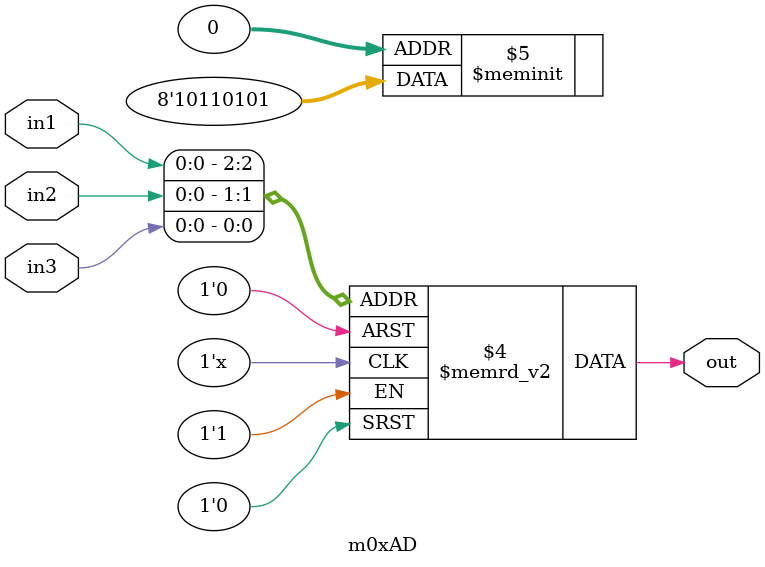
<source format=v>
module m0xAD(output out, input in1, in2, in3);

   always @(in1, in2, in3)
     begin
        case({in1, in2, in3})
          3'b000: {out} = 1'b1;
          3'b001: {out} = 1'b0;
          3'b010: {out} = 1'b1;
          3'b011: {out} = 1'b0;
          3'b100: {out} = 1'b1;
          3'b101: {out} = 1'b1;
          3'b110: {out} = 1'b0;
          3'b111: {out} = 1'b1;
        endcase // case ({in1, in2, in3})
     end // always @ (in1, in2, in3)

endmodule // m0xAD
</source>
